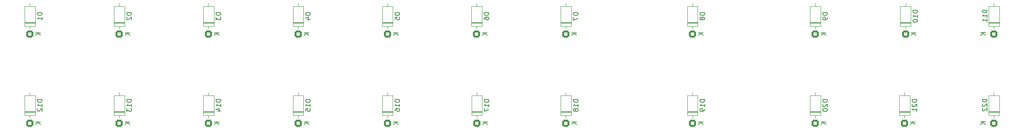
<source format=gbr>
%TF.GenerationSoftware,KiCad,Pcbnew,9.0.4-1.fc42*%
%TF.CreationDate,2025-11-01T05:47:49+00:00*%
%TF.ProjectId,dna,646e612e-6b69-4636-9164-5f7063625858,rev?*%
%TF.SameCoordinates,Original*%
%TF.FileFunction,Legend,Bot*%
%TF.FilePolarity,Positive*%
%FSLAX46Y46*%
G04 Gerber Fmt 4.6, Leading zero omitted, Abs format (unit mm)*
G04 Created by KiCad (PCBNEW 9.0.4-1.fc42) date 2025-11-01 05:47:49*
%MOMM*%
%LPD*%
G01*
G04 APERTURE LIST*
G04 Aperture macros list*
%AMRoundRect*
0 Rectangle with rounded corners*
0 $1 Rounding radius*
0 $2 $3 $4 $5 $6 $7 $8 $9 X,Y pos of 4 corners*
0 Add a 4 corners polygon primitive as box body*
4,1,4,$2,$3,$4,$5,$6,$7,$8,$9,$2,$3,0*
0 Add four circle primitives for the rounded corners*
1,1,$1+$1,$2,$3*
1,1,$1+$1,$4,$5*
1,1,$1+$1,$6,$7*
1,1,$1+$1,$8,$9*
0 Add four rect primitives between the rounded corners*
20,1,$1+$1,$2,$3,$4,$5,0*
20,1,$1+$1,$4,$5,$6,$7,0*
20,1,$1+$1,$6,$7,$8,$9,0*
20,1,$1+$1,$8,$9,$2,$3,0*%
%AMFreePoly0*
4,1,37,0.603843,0.796157,0.639018,0.796157,0.711114,0.766294,0.766294,0.711114,0.796157,0.639018,0.796157,0.603843,0.800000,0.600000,0.800000,-0.600000,0.796157,-0.603843,0.796157,-0.639018,0.766294,-0.711114,0.711114,-0.766294,0.639018,-0.796157,0.603843,-0.796157,0.600000,-0.800000,0.000000,-0.800000,0.000000,-0.796148,-0.078414,-0.796148,-0.232228,-0.765552,-0.377117,-0.705537,
-0.507515,-0.618408,-0.618408,-0.507515,-0.705537,-0.377117,-0.765552,-0.232228,-0.796148,-0.078414,-0.796148,0.078414,-0.765552,0.232228,-0.705537,0.377117,-0.618408,0.507515,-0.507515,0.618408,-0.377117,0.705537,-0.232228,0.765552,-0.078414,0.796148,0.000000,0.796148,0.000000,0.800000,0.600000,0.800000,0.603843,0.796157,0.603843,0.796157,$1*%
%AMFreePoly1*
4,1,37,0.000000,0.796148,0.078414,0.796148,0.232228,0.765552,0.377117,0.705537,0.507515,0.618408,0.618408,0.507515,0.705537,0.377117,0.765552,0.232228,0.796148,0.078414,0.796148,-0.078414,0.765552,-0.232228,0.705537,-0.377117,0.618408,-0.507515,0.507515,-0.618408,0.377117,-0.705537,0.232228,-0.765552,0.078414,-0.796148,0.000000,-0.796148,0.000000,-0.800000,-0.600000,-0.800000,
-0.603843,-0.796157,-0.639018,-0.796157,-0.711114,-0.766294,-0.766294,-0.711114,-0.796157,-0.639018,-0.796157,-0.603843,-0.800000,-0.600000,-0.800000,0.600000,-0.796157,0.603843,-0.796157,0.639018,-0.766294,0.711114,-0.711114,0.766294,-0.639018,0.796157,-0.603843,0.796157,-0.600000,0.800000,0.000000,0.800000,0.000000,0.796148,0.000000,0.796148,$1*%
G04 Aperture macros list end*
%ADD10C,0.150000*%
%ADD11C,0.120000*%
%ADD12C,3.000000*%
%ADD13RoundRect,0.102000X-0.754000X-0.754000X0.754000X-0.754000X0.754000X0.754000X-0.754000X0.754000X0*%
%ADD14C,1.712000*%
%ADD15RoundRect,0.200000X0.600000X-0.600000X0.600000X0.600000X-0.600000X0.600000X-0.600000X-0.600000X0*%
%ADD16C,1.600000*%
%ADD17FreePoly0,90.000000*%
%ADD18FreePoly1,90.000000*%
%ADD19C,1.750000*%
%ADD20C,4.000000*%
%ADD21C,2.500000*%
%ADD22RoundRect,0.250000X-0.550000X-0.550000X0.550000X-0.550000X0.550000X0.550000X-0.550000X0.550000X0*%
%ADD23O,4.100000X3.000000*%
%ADD24O,3.000000X1.500000*%
%ADD25O,2.500000X3.500000*%
%ADD26O,3.500000X2.500000*%
%ADD27C,5.000000*%
%ADD28RoundRect,0.250000X-0.550000X0.550000X-0.550000X-0.550000X0.550000X-0.550000X0.550000X0.550000X0*%
%ADD29RoundRect,0.250000X0.550000X-0.550000X0.550000X0.550000X-0.550000X0.550000X-0.550000X-0.550000X0*%
G04 APERTURE END LIST*
D10*
X153387319Y-80383155D02*
X152387319Y-80383155D01*
X152387319Y-80383155D02*
X152387319Y-80621250D01*
X152387319Y-80621250D02*
X152434938Y-80764107D01*
X152434938Y-80764107D02*
X152530176Y-80859345D01*
X152530176Y-80859345D02*
X152625414Y-80906964D01*
X152625414Y-80906964D02*
X152815890Y-80954583D01*
X152815890Y-80954583D02*
X152958747Y-80954583D01*
X152958747Y-80954583D02*
X153149223Y-80906964D01*
X153149223Y-80906964D02*
X153244461Y-80859345D01*
X153244461Y-80859345D02*
X153339700Y-80764107D01*
X153339700Y-80764107D02*
X153387319Y-80621250D01*
X153387319Y-80621250D02*
X153387319Y-80383155D01*
X152387319Y-81811726D02*
X152387319Y-81621250D01*
X152387319Y-81621250D02*
X152434938Y-81526012D01*
X152434938Y-81526012D02*
X152482557Y-81478393D01*
X152482557Y-81478393D02*
X152625414Y-81383155D01*
X152625414Y-81383155D02*
X152815890Y-81335536D01*
X152815890Y-81335536D02*
X153196842Y-81335536D01*
X153196842Y-81335536D02*
X153292080Y-81383155D01*
X153292080Y-81383155D02*
X153339700Y-81430774D01*
X153339700Y-81430774D02*
X153387319Y-81526012D01*
X153387319Y-81526012D02*
X153387319Y-81716488D01*
X153387319Y-81716488D02*
X153339700Y-81811726D01*
X153339700Y-81811726D02*
X153292080Y-81859345D01*
X153292080Y-81859345D02*
X153196842Y-81906964D01*
X153196842Y-81906964D02*
X152958747Y-81906964D01*
X152958747Y-81906964D02*
X152863509Y-81859345D01*
X152863509Y-81859345D02*
X152815890Y-81811726D01*
X152815890Y-81811726D02*
X152768271Y-81716488D01*
X152768271Y-81716488D02*
X152768271Y-81526012D01*
X152768271Y-81526012D02*
X152815890Y-81430774D01*
X152815890Y-81430774D02*
X152863509Y-81383155D01*
X152863509Y-81383155D02*
X152958747Y-81335536D01*
X153067319Y-84669345D02*
X152067319Y-84669345D01*
X153067319Y-85240773D02*
X152495890Y-84812202D01*
X152067319Y-85240773D02*
X152638747Y-84669345D01*
X172437319Y-98956964D02*
X171437319Y-98956964D01*
X171437319Y-98956964D02*
X171437319Y-99195059D01*
X171437319Y-99195059D02*
X171484938Y-99337916D01*
X171484938Y-99337916D02*
X171580176Y-99433154D01*
X171580176Y-99433154D02*
X171675414Y-99480773D01*
X171675414Y-99480773D02*
X171865890Y-99528392D01*
X171865890Y-99528392D02*
X172008747Y-99528392D01*
X172008747Y-99528392D02*
X172199223Y-99480773D01*
X172199223Y-99480773D02*
X172294461Y-99433154D01*
X172294461Y-99433154D02*
X172389700Y-99337916D01*
X172389700Y-99337916D02*
X172437319Y-99195059D01*
X172437319Y-99195059D02*
X172437319Y-98956964D01*
X172437319Y-100480773D02*
X172437319Y-99909345D01*
X172437319Y-100195059D02*
X171437319Y-100195059D01*
X171437319Y-100195059D02*
X171580176Y-100099821D01*
X171580176Y-100099821D02*
X171675414Y-100004583D01*
X171675414Y-100004583D02*
X171723033Y-99909345D01*
X171865890Y-101052202D02*
X171818271Y-100956964D01*
X171818271Y-100956964D02*
X171770652Y-100909345D01*
X171770652Y-100909345D02*
X171675414Y-100861726D01*
X171675414Y-100861726D02*
X171627795Y-100861726D01*
X171627795Y-100861726D02*
X171532557Y-100909345D01*
X171532557Y-100909345D02*
X171484938Y-100956964D01*
X171484938Y-100956964D02*
X171437319Y-101052202D01*
X171437319Y-101052202D02*
X171437319Y-101242678D01*
X171437319Y-101242678D02*
X171484938Y-101337916D01*
X171484938Y-101337916D02*
X171532557Y-101385535D01*
X171532557Y-101385535D02*
X171627795Y-101433154D01*
X171627795Y-101433154D02*
X171675414Y-101433154D01*
X171675414Y-101433154D02*
X171770652Y-101385535D01*
X171770652Y-101385535D02*
X171818271Y-101337916D01*
X171818271Y-101337916D02*
X171865890Y-101242678D01*
X171865890Y-101242678D02*
X171865890Y-101052202D01*
X171865890Y-101052202D02*
X171913509Y-100956964D01*
X171913509Y-100956964D02*
X171961128Y-100909345D01*
X171961128Y-100909345D02*
X172056366Y-100861726D01*
X172056366Y-100861726D02*
X172246842Y-100861726D01*
X172246842Y-100861726D02*
X172342080Y-100909345D01*
X172342080Y-100909345D02*
X172389700Y-100956964D01*
X172389700Y-100956964D02*
X172437319Y-101052202D01*
X172437319Y-101052202D02*
X172437319Y-101242678D01*
X172437319Y-101242678D02*
X172389700Y-101337916D01*
X172389700Y-101337916D02*
X172342080Y-101385535D01*
X172342080Y-101385535D02*
X172246842Y-101433154D01*
X172246842Y-101433154D02*
X172056366Y-101433154D01*
X172056366Y-101433154D02*
X171961128Y-101385535D01*
X171961128Y-101385535D02*
X171913509Y-101337916D01*
X171913509Y-101337916D02*
X171865890Y-101242678D01*
X172117319Y-103719345D02*
X171117319Y-103719345D01*
X172117319Y-104290773D02*
X171545890Y-103862202D01*
X171117319Y-104290773D02*
X171688747Y-103719345D01*
X244842319Y-79906964D02*
X243842319Y-79906964D01*
X243842319Y-79906964D02*
X243842319Y-80145059D01*
X243842319Y-80145059D02*
X243889938Y-80287916D01*
X243889938Y-80287916D02*
X243985176Y-80383154D01*
X243985176Y-80383154D02*
X244080414Y-80430773D01*
X244080414Y-80430773D02*
X244270890Y-80478392D01*
X244270890Y-80478392D02*
X244413747Y-80478392D01*
X244413747Y-80478392D02*
X244604223Y-80430773D01*
X244604223Y-80430773D02*
X244699461Y-80383154D01*
X244699461Y-80383154D02*
X244794700Y-80287916D01*
X244794700Y-80287916D02*
X244842319Y-80145059D01*
X244842319Y-80145059D02*
X244842319Y-79906964D01*
X244842319Y-81430773D02*
X244842319Y-80859345D01*
X244842319Y-81145059D02*
X243842319Y-81145059D01*
X243842319Y-81145059D02*
X243985176Y-81049821D01*
X243985176Y-81049821D02*
X244080414Y-80954583D01*
X244080414Y-80954583D02*
X244128033Y-80859345D01*
X243842319Y-82049821D02*
X243842319Y-82145059D01*
X243842319Y-82145059D02*
X243889938Y-82240297D01*
X243889938Y-82240297D02*
X243937557Y-82287916D01*
X243937557Y-82287916D02*
X244032795Y-82335535D01*
X244032795Y-82335535D02*
X244223271Y-82383154D01*
X244223271Y-82383154D02*
X244461366Y-82383154D01*
X244461366Y-82383154D02*
X244651842Y-82335535D01*
X244651842Y-82335535D02*
X244747080Y-82287916D01*
X244747080Y-82287916D02*
X244794700Y-82240297D01*
X244794700Y-82240297D02*
X244842319Y-82145059D01*
X244842319Y-82145059D02*
X244842319Y-82049821D01*
X244842319Y-82049821D02*
X244794700Y-81954583D01*
X244794700Y-81954583D02*
X244747080Y-81906964D01*
X244747080Y-81906964D02*
X244651842Y-81859345D01*
X244651842Y-81859345D02*
X244461366Y-81811726D01*
X244461366Y-81811726D02*
X244223271Y-81811726D01*
X244223271Y-81811726D02*
X244032795Y-81859345D01*
X244032795Y-81859345D02*
X243937557Y-81906964D01*
X243937557Y-81906964D02*
X243889938Y-81954583D01*
X243889938Y-81954583D02*
X243842319Y-82049821D01*
X244522319Y-84669345D02*
X243522319Y-84669345D01*
X244522319Y-85240773D02*
X243950890Y-84812202D01*
X243522319Y-85240773D02*
X244093747Y-84669345D01*
X96237319Y-80383155D02*
X95237319Y-80383155D01*
X95237319Y-80383155D02*
X95237319Y-80621250D01*
X95237319Y-80621250D02*
X95284938Y-80764107D01*
X95284938Y-80764107D02*
X95380176Y-80859345D01*
X95380176Y-80859345D02*
X95475414Y-80906964D01*
X95475414Y-80906964D02*
X95665890Y-80954583D01*
X95665890Y-80954583D02*
X95808747Y-80954583D01*
X95808747Y-80954583D02*
X95999223Y-80906964D01*
X95999223Y-80906964D02*
X96094461Y-80859345D01*
X96094461Y-80859345D02*
X96189700Y-80764107D01*
X96189700Y-80764107D02*
X96237319Y-80621250D01*
X96237319Y-80621250D02*
X96237319Y-80383155D01*
X95237319Y-81287917D02*
X95237319Y-81906964D01*
X95237319Y-81906964D02*
X95618271Y-81573631D01*
X95618271Y-81573631D02*
X95618271Y-81716488D01*
X95618271Y-81716488D02*
X95665890Y-81811726D01*
X95665890Y-81811726D02*
X95713509Y-81859345D01*
X95713509Y-81859345D02*
X95808747Y-81906964D01*
X95808747Y-81906964D02*
X96046842Y-81906964D01*
X96046842Y-81906964D02*
X96142080Y-81859345D01*
X96142080Y-81859345D02*
X96189700Y-81811726D01*
X96189700Y-81811726D02*
X96237319Y-81716488D01*
X96237319Y-81716488D02*
X96237319Y-81430774D01*
X96237319Y-81430774D02*
X96189700Y-81335536D01*
X96189700Y-81335536D02*
X96142080Y-81287917D01*
X95917319Y-84669345D02*
X94917319Y-84669345D01*
X95917319Y-85240773D02*
X95345890Y-84812202D01*
X94917319Y-85240773D02*
X95488747Y-84669345D01*
X134387319Y-98956964D02*
X133387319Y-98956964D01*
X133387319Y-98956964D02*
X133387319Y-99195059D01*
X133387319Y-99195059D02*
X133434938Y-99337916D01*
X133434938Y-99337916D02*
X133530176Y-99433154D01*
X133530176Y-99433154D02*
X133625414Y-99480773D01*
X133625414Y-99480773D02*
X133815890Y-99528392D01*
X133815890Y-99528392D02*
X133958747Y-99528392D01*
X133958747Y-99528392D02*
X134149223Y-99480773D01*
X134149223Y-99480773D02*
X134244461Y-99433154D01*
X134244461Y-99433154D02*
X134339700Y-99337916D01*
X134339700Y-99337916D02*
X134387319Y-99195059D01*
X134387319Y-99195059D02*
X134387319Y-98956964D01*
X134387319Y-100480773D02*
X134387319Y-99909345D01*
X134387319Y-100195059D02*
X133387319Y-100195059D01*
X133387319Y-100195059D02*
X133530176Y-100099821D01*
X133530176Y-100099821D02*
X133625414Y-100004583D01*
X133625414Y-100004583D02*
X133673033Y-99909345D01*
X133387319Y-101337916D02*
X133387319Y-101147440D01*
X133387319Y-101147440D02*
X133434938Y-101052202D01*
X133434938Y-101052202D02*
X133482557Y-101004583D01*
X133482557Y-101004583D02*
X133625414Y-100909345D01*
X133625414Y-100909345D02*
X133815890Y-100861726D01*
X133815890Y-100861726D02*
X134196842Y-100861726D01*
X134196842Y-100861726D02*
X134292080Y-100909345D01*
X134292080Y-100909345D02*
X134339700Y-100956964D01*
X134339700Y-100956964D02*
X134387319Y-101052202D01*
X134387319Y-101052202D02*
X134387319Y-101242678D01*
X134387319Y-101242678D02*
X134339700Y-101337916D01*
X134339700Y-101337916D02*
X134292080Y-101385535D01*
X134292080Y-101385535D02*
X134196842Y-101433154D01*
X134196842Y-101433154D02*
X133958747Y-101433154D01*
X133958747Y-101433154D02*
X133863509Y-101385535D01*
X133863509Y-101385535D02*
X133815890Y-101337916D01*
X133815890Y-101337916D02*
X133768271Y-101242678D01*
X133768271Y-101242678D02*
X133768271Y-101052202D01*
X133768271Y-101052202D02*
X133815890Y-100956964D01*
X133815890Y-100956964D02*
X133863509Y-100909345D01*
X133863509Y-100909345D02*
X133958747Y-100861726D01*
X134067319Y-103719345D02*
X133067319Y-103719345D01*
X134067319Y-104290773D02*
X133495890Y-103862202D01*
X133067319Y-104290773D02*
X133638747Y-103719345D01*
X115337319Y-98956964D02*
X114337319Y-98956964D01*
X114337319Y-98956964D02*
X114337319Y-99195059D01*
X114337319Y-99195059D02*
X114384938Y-99337916D01*
X114384938Y-99337916D02*
X114480176Y-99433154D01*
X114480176Y-99433154D02*
X114575414Y-99480773D01*
X114575414Y-99480773D02*
X114765890Y-99528392D01*
X114765890Y-99528392D02*
X114908747Y-99528392D01*
X114908747Y-99528392D02*
X115099223Y-99480773D01*
X115099223Y-99480773D02*
X115194461Y-99433154D01*
X115194461Y-99433154D02*
X115289700Y-99337916D01*
X115289700Y-99337916D02*
X115337319Y-99195059D01*
X115337319Y-99195059D02*
X115337319Y-98956964D01*
X115337319Y-100480773D02*
X115337319Y-99909345D01*
X115337319Y-100195059D02*
X114337319Y-100195059D01*
X114337319Y-100195059D02*
X114480176Y-100099821D01*
X114480176Y-100099821D02*
X114575414Y-100004583D01*
X114575414Y-100004583D02*
X114623033Y-99909345D01*
X114337319Y-101385535D02*
X114337319Y-100909345D01*
X114337319Y-100909345D02*
X114813509Y-100861726D01*
X114813509Y-100861726D02*
X114765890Y-100909345D01*
X114765890Y-100909345D02*
X114718271Y-101004583D01*
X114718271Y-101004583D02*
X114718271Y-101242678D01*
X114718271Y-101242678D02*
X114765890Y-101337916D01*
X114765890Y-101337916D02*
X114813509Y-101385535D01*
X114813509Y-101385535D02*
X114908747Y-101433154D01*
X114908747Y-101433154D02*
X115146842Y-101433154D01*
X115146842Y-101433154D02*
X115242080Y-101385535D01*
X115242080Y-101385535D02*
X115289700Y-101337916D01*
X115289700Y-101337916D02*
X115337319Y-101242678D01*
X115337319Y-101242678D02*
X115337319Y-101004583D01*
X115337319Y-101004583D02*
X115289700Y-100909345D01*
X115289700Y-100909345D02*
X115242080Y-100861726D01*
X115017319Y-103719345D02*
X114017319Y-103719345D01*
X115017319Y-104290773D02*
X114445890Y-103862202D01*
X114017319Y-104290773D02*
X114588747Y-103719345D01*
X58137319Y-80383155D02*
X57137319Y-80383155D01*
X57137319Y-80383155D02*
X57137319Y-80621250D01*
X57137319Y-80621250D02*
X57184938Y-80764107D01*
X57184938Y-80764107D02*
X57280176Y-80859345D01*
X57280176Y-80859345D02*
X57375414Y-80906964D01*
X57375414Y-80906964D02*
X57565890Y-80954583D01*
X57565890Y-80954583D02*
X57708747Y-80954583D01*
X57708747Y-80954583D02*
X57899223Y-80906964D01*
X57899223Y-80906964D02*
X57994461Y-80859345D01*
X57994461Y-80859345D02*
X58089700Y-80764107D01*
X58089700Y-80764107D02*
X58137319Y-80621250D01*
X58137319Y-80621250D02*
X58137319Y-80383155D01*
X58137319Y-81906964D02*
X58137319Y-81335536D01*
X58137319Y-81621250D02*
X57137319Y-81621250D01*
X57137319Y-81621250D02*
X57280176Y-81526012D01*
X57280176Y-81526012D02*
X57375414Y-81430774D01*
X57375414Y-81430774D02*
X57423033Y-81335536D01*
X57817319Y-84669345D02*
X56817319Y-84669345D01*
X57817319Y-85240773D02*
X57245890Y-84812202D01*
X56817319Y-85240773D02*
X57388747Y-84669345D01*
X134387319Y-80383155D02*
X133387319Y-80383155D01*
X133387319Y-80383155D02*
X133387319Y-80621250D01*
X133387319Y-80621250D02*
X133434938Y-80764107D01*
X133434938Y-80764107D02*
X133530176Y-80859345D01*
X133530176Y-80859345D02*
X133625414Y-80906964D01*
X133625414Y-80906964D02*
X133815890Y-80954583D01*
X133815890Y-80954583D02*
X133958747Y-80954583D01*
X133958747Y-80954583D02*
X134149223Y-80906964D01*
X134149223Y-80906964D02*
X134244461Y-80859345D01*
X134244461Y-80859345D02*
X134339700Y-80764107D01*
X134339700Y-80764107D02*
X134387319Y-80621250D01*
X134387319Y-80621250D02*
X134387319Y-80383155D01*
X133387319Y-81859345D02*
X133387319Y-81383155D01*
X133387319Y-81383155D02*
X133863509Y-81335536D01*
X133863509Y-81335536D02*
X133815890Y-81383155D01*
X133815890Y-81383155D02*
X133768271Y-81478393D01*
X133768271Y-81478393D02*
X133768271Y-81716488D01*
X133768271Y-81716488D02*
X133815890Y-81811726D01*
X133815890Y-81811726D02*
X133863509Y-81859345D01*
X133863509Y-81859345D02*
X133958747Y-81906964D01*
X133958747Y-81906964D02*
X134196842Y-81906964D01*
X134196842Y-81906964D02*
X134292080Y-81859345D01*
X134292080Y-81859345D02*
X134339700Y-81811726D01*
X134339700Y-81811726D02*
X134387319Y-81716488D01*
X134387319Y-81716488D02*
X134387319Y-81478393D01*
X134387319Y-81478393D02*
X134339700Y-81383155D01*
X134339700Y-81383155D02*
X134292080Y-81335536D01*
X134067319Y-84669345D02*
X133067319Y-84669345D01*
X134067319Y-85240773D02*
X133495890Y-84812202D01*
X133067319Y-85240773D02*
X133638747Y-84669345D01*
X199424819Y-80383155D02*
X198424819Y-80383155D01*
X198424819Y-80383155D02*
X198424819Y-80621250D01*
X198424819Y-80621250D02*
X198472438Y-80764107D01*
X198472438Y-80764107D02*
X198567676Y-80859345D01*
X198567676Y-80859345D02*
X198662914Y-80906964D01*
X198662914Y-80906964D02*
X198853390Y-80954583D01*
X198853390Y-80954583D02*
X198996247Y-80954583D01*
X198996247Y-80954583D02*
X199186723Y-80906964D01*
X199186723Y-80906964D02*
X199281961Y-80859345D01*
X199281961Y-80859345D02*
X199377200Y-80764107D01*
X199377200Y-80764107D02*
X199424819Y-80621250D01*
X199424819Y-80621250D02*
X199424819Y-80383155D01*
X198853390Y-81526012D02*
X198805771Y-81430774D01*
X198805771Y-81430774D02*
X198758152Y-81383155D01*
X198758152Y-81383155D02*
X198662914Y-81335536D01*
X198662914Y-81335536D02*
X198615295Y-81335536D01*
X198615295Y-81335536D02*
X198520057Y-81383155D01*
X198520057Y-81383155D02*
X198472438Y-81430774D01*
X198472438Y-81430774D02*
X198424819Y-81526012D01*
X198424819Y-81526012D02*
X198424819Y-81716488D01*
X198424819Y-81716488D02*
X198472438Y-81811726D01*
X198472438Y-81811726D02*
X198520057Y-81859345D01*
X198520057Y-81859345D02*
X198615295Y-81906964D01*
X198615295Y-81906964D02*
X198662914Y-81906964D01*
X198662914Y-81906964D02*
X198758152Y-81859345D01*
X198758152Y-81859345D02*
X198805771Y-81811726D01*
X198805771Y-81811726D02*
X198853390Y-81716488D01*
X198853390Y-81716488D02*
X198853390Y-81526012D01*
X198853390Y-81526012D02*
X198901009Y-81430774D01*
X198901009Y-81430774D02*
X198948628Y-81383155D01*
X198948628Y-81383155D02*
X199043866Y-81335536D01*
X199043866Y-81335536D02*
X199234342Y-81335536D01*
X199234342Y-81335536D02*
X199329580Y-81383155D01*
X199329580Y-81383155D02*
X199377200Y-81430774D01*
X199377200Y-81430774D02*
X199424819Y-81526012D01*
X199424819Y-81526012D02*
X199424819Y-81716488D01*
X199424819Y-81716488D02*
X199377200Y-81811726D01*
X199377200Y-81811726D02*
X199329580Y-81859345D01*
X199329580Y-81859345D02*
X199234342Y-81906964D01*
X199234342Y-81906964D02*
X199043866Y-81906964D01*
X199043866Y-81906964D02*
X198948628Y-81859345D01*
X198948628Y-81859345D02*
X198901009Y-81811726D01*
X198901009Y-81811726D02*
X198853390Y-81716488D01*
X199104819Y-84669345D02*
X198104819Y-84669345D01*
X199104819Y-85240773D02*
X198533390Y-84812202D01*
X198104819Y-85240773D02*
X198676247Y-84669345D01*
X153437319Y-98956964D02*
X152437319Y-98956964D01*
X152437319Y-98956964D02*
X152437319Y-99195059D01*
X152437319Y-99195059D02*
X152484938Y-99337916D01*
X152484938Y-99337916D02*
X152580176Y-99433154D01*
X152580176Y-99433154D02*
X152675414Y-99480773D01*
X152675414Y-99480773D02*
X152865890Y-99528392D01*
X152865890Y-99528392D02*
X153008747Y-99528392D01*
X153008747Y-99528392D02*
X153199223Y-99480773D01*
X153199223Y-99480773D02*
X153294461Y-99433154D01*
X153294461Y-99433154D02*
X153389700Y-99337916D01*
X153389700Y-99337916D02*
X153437319Y-99195059D01*
X153437319Y-99195059D02*
X153437319Y-98956964D01*
X153437319Y-100480773D02*
X153437319Y-99909345D01*
X153437319Y-100195059D02*
X152437319Y-100195059D01*
X152437319Y-100195059D02*
X152580176Y-100099821D01*
X152580176Y-100099821D02*
X152675414Y-100004583D01*
X152675414Y-100004583D02*
X152723033Y-99909345D01*
X152437319Y-100814107D02*
X152437319Y-101480773D01*
X152437319Y-101480773D02*
X153437319Y-101052202D01*
X153117319Y-103719345D02*
X152117319Y-103719345D01*
X153117319Y-104290773D02*
X152545890Y-103862202D01*
X152117319Y-104290773D02*
X152688747Y-103719345D01*
X199424819Y-98956964D02*
X198424819Y-98956964D01*
X198424819Y-98956964D02*
X198424819Y-99195059D01*
X198424819Y-99195059D02*
X198472438Y-99337916D01*
X198472438Y-99337916D02*
X198567676Y-99433154D01*
X198567676Y-99433154D02*
X198662914Y-99480773D01*
X198662914Y-99480773D02*
X198853390Y-99528392D01*
X198853390Y-99528392D02*
X198996247Y-99528392D01*
X198996247Y-99528392D02*
X199186723Y-99480773D01*
X199186723Y-99480773D02*
X199281961Y-99433154D01*
X199281961Y-99433154D02*
X199377200Y-99337916D01*
X199377200Y-99337916D02*
X199424819Y-99195059D01*
X199424819Y-99195059D02*
X199424819Y-98956964D01*
X199424819Y-100480773D02*
X199424819Y-99909345D01*
X199424819Y-100195059D02*
X198424819Y-100195059D01*
X198424819Y-100195059D02*
X198567676Y-100099821D01*
X198567676Y-100099821D02*
X198662914Y-100004583D01*
X198662914Y-100004583D02*
X198710533Y-99909345D01*
X199424819Y-100956964D02*
X199424819Y-101147440D01*
X199424819Y-101147440D02*
X199377200Y-101242678D01*
X199377200Y-101242678D02*
X199329580Y-101290297D01*
X199329580Y-101290297D02*
X199186723Y-101385535D01*
X199186723Y-101385535D02*
X198996247Y-101433154D01*
X198996247Y-101433154D02*
X198615295Y-101433154D01*
X198615295Y-101433154D02*
X198520057Y-101385535D01*
X198520057Y-101385535D02*
X198472438Y-101337916D01*
X198472438Y-101337916D02*
X198424819Y-101242678D01*
X198424819Y-101242678D02*
X198424819Y-101052202D01*
X198424819Y-101052202D02*
X198472438Y-100956964D01*
X198472438Y-100956964D02*
X198520057Y-100909345D01*
X198520057Y-100909345D02*
X198615295Y-100861726D01*
X198615295Y-100861726D02*
X198853390Y-100861726D01*
X198853390Y-100861726D02*
X198948628Y-100909345D01*
X198948628Y-100909345D02*
X198996247Y-100956964D01*
X198996247Y-100956964D02*
X199043866Y-101052202D01*
X199043866Y-101052202D02*
X199043866Y-101242678D01*
X199043866Y-101242678D02*
X198996247Y-101337916D01*
X198996247Y-101337916D02*
X198948628Y-101385535D01*
X198948628Y-101385535D02*
X198853390Y-101433154D01*
X199104819Y-103719345D02*
X198104819Y-103719345D01*
X199104819Y-104290773D02*
X198533390Y-103862202D01*
X198104819Y-104290773D02*
X198676247Y-103719345D01*
X77187319Y-98956964D02*
X76187319Y-98956964D01*
X76187319Y-98956964D02*
X76187319Y-99195059D01*
X76187319Y-99195059D02*
X76234938Y-99337916D01*
X76234938Y-99337916D02*
X76330176Y-99433154D01*
X76330176Y-99433154D02*
X76425414Y-99480773D01*
X76425414Y-99480773D02*
X76615890Y-99528392D01*
X76615890Y-99528392D02*
X76758747Y-99528392D01*
X76758747Y-99528392D02*
X76949223Y-99480773D01*
X76949223Y-99480773D02*
X77044461Y-99433154D01*
X77044461Y-99433154D02*
X77139700Y-99337916D01*
X77139700Y-99337916D02*
X77187319Y-99195059D01*
X77187319Y-99195059D02*
X77187319Y-98956964D01*
X77187319Y-100480773D02*
X77187319Y-99909345D01*
X77187319Y-100195059D02*
X76187319Y-100195059D01*
X76187319Y-100195059D02*
X76330176Y-100099821D01*
X76330176Y-100099821D02*
X76425414Y-100004583D01*
X76425414Y-100004583D02*
X76473033Y-99909345D01*
X76187319Y-100814107D02*
X76187319Y-101433154D01*
X76187319Y-101433154D02*
X76568271Y-101099821D01*
X76568271Y-101099821D02*
X76568271Y-101242678D01*
X76568271Y-101242678D02*
X76615890Y-101337916D01*
X76615890Y-101337916D02*
X76663509Y-101385535D01*
X76663509Y-101385535D02*
X76758747Y-101433154D01*
X76758747Y-101433154D02*
X76996842Y-101433154D01*
X76996842Y-101433154D02*
X77092080Y-101385535D01*
X77092080Y-101385535D02*
X77139700Y-101337916D01*
X77139700Y-101337916D02*
X77187319Y-101242678D01*
X77187319Y-101242678D02*
X77187319Y-100956964D01*
X77187319Y-100956964D02*
X77139700Y-100861726D01*
X77139700Y-100861726D02*
X77092080Y-100814107D01*
X76867319Y-103719345D02*
X75867319Y-103719345D01*
X76867319Y-104290773D02*
X76295890Y-103862202D01*
X75867319Y-104290773D02*
X76438747Y-103719345D01*
X96237319Y-98956964D02*
X95237319Y-98956964D01*
X95237319Y-98956964D02*
X95237319Y-99195059D01*
X95237319Y-99195059D02*
X95284938Y-99337916D01*
X95284938Y-99337916D02*
X95380176Y-99433154D01*
X95380176Y-99433154D02*
X95475414Y-99480773D01*
X95475414Y-99480773D02*
X95665890Y-99528392D01*
X95665890Y-99528392D02*
X95808747Y-99528392D01*
X95808747Y-99528392D02*
X95999223Y-99480773D01*
X95999223Y-99480773D02*
X96094461Y-99433154D01*
X96094461Y-99433154D02*
X96189700Y-99337916D01*
X96189700Y-99337916D02*
X96237319Y-99195059D01*
X96237319Y-99195059D02*
X96237319Y-98956964D01*
X96237319Y-100480773D02*
X96237319Y-99909345D01*
X96237319Y-100195059D02*
X95237319Y-100195059D01*
X95237319Y-100195059D02*
X95380176Y-100099821D01*
X95380176Y-100099821D02*
X95475414Y-100004583D01*
X95475414Y-100004583D02*
X95523033Y-99909345D01*
X95570652Y-101337916D02*
X96237319Y-101337916D01*
X95189700Y-101099821D02*
X95903985Y-100861726D01*
X95903985Y-100861726D02*
X95903985Y-101480773D01*
X95917319Y-103719345D02*
X94917319Y-103719345D01*
X95917319Y-104290773D02*
X95345890Y-103862202D01*
X94917319Y-104290773D02*
X95488747Y-103719345D01*
X172437319Y-80383155D02*
X171437319Y-80383155D01*
X171437319Y-80383155D02*
X171437319Y-80621250D01*
X171437319Y-80621250D02*
X171484938Y-80764107D01*
X171484938Y-80764107D02*
X171580176Y-80859345D01*
X171580176Y-80859345D02*
X171675414Y-80906964D01*
X171675414Y-80906964D02*
X171865890Y-80954583D01*
X171865890Y-80954583D02*
X172008747Y-80954583D01*
X172008747Y-80954583D02*
X172199223Y-80906964D01*
X172199223Y-80906964D02*
X172294461Y-80859345D01*
X172294461Y-80859345D02*
X172389700Y-80764107D01*
X172389700Y-80764107D02*
X172437319Y-80621250D01*
X172437319Y-80621250D02*
X172437319Y-80383155D01*
X171437319Y-81287917D02*
X171437319Y-81954583D01*
X171437319Y-81954583D02*
X172437319Y-81526012D01*
X172117319Y-84669345D02*
X171117319Y-84669345D01*
X172117319Y-85240773D02*
X171545890Y-84812202D01*
X171117319Y-85240773D02*
X171688747Y-84669345D01*
X259654819Y-79835714D02*
X258654819Y-79835714D01*
X258654819Y-79835714D02*
X258654819Y-80073809D01*
X258654819Y-80073809D02*
X258702438Y-80216666D01*
X258702438Y-80216666D02*
X258797676Y-80311904D01*
X258797676Y-80311904D02*
X258892914Y-80359523D01*
X258892914Y-80359523D02*
X259083390Y-80407142D01*
X259083390Y-80407142D02*
X259226247Y-80407142D01*
X259226247Y-80407142D02*
X259416723Y-80359523D01*
X259416723Y-80359523D02*
X259511961Y-80311904D01*
X259511961Y-80311904D02*
X259607200Y-80216666D01*
X259607200Y-80216666D02*
X259654819Y-80073809D01*
X259654819Y-80073809D02*
X259654819Y-79835714D01*
X259654819Y-81359523D02*
X259654819Y-80788095D01*
X259654819Y-81073809D02*
X258654819Y-81073809D01*
X258654819Y-81073809D02*
X258797676Y-80978571D01*
X258797676Y-80978571D02*
X258892914Y-80883333D01*
X258892914Y-80883333D02*
X258940533Y-80788095D01*
X259654819Y-82311904D02*
X259654819Y-81740476D01*
X259654819Y-82026190D02*
X258654819Y-82026190D01*
X258654819Y-82026190D02*
X258797676Y-81930952D01*
X258797676Y-81930952D02*
X258892914Y-81835714D01*
X258892914Y-81835714D02*
X258940533Y-81740476D01*
X259334819Y-84598095D02*
X258334819Y-84598095D01*
X259334819Y-85169523D02*
X258763390Y-84740952D01*
X258334819Y-85169523D02*
X258906247Y-84598095D01*
X77187319Y-80383155D02*
X76187319Y-80383155D01*
X76187319Y-80383155D02*
X76187319Y-80621250D01*
X76187319Y-80621250D02*
X76234938Y-80764107D01*
X76234938Y-80764107D02*
X76330176Y-80859345D01*
X76330176Y-80859345D02*
X76425414Y-80906964D01*
X76425414Y-80906964D02*
X76615890Y-80954583D01*
X76615890Y-80954583D02*
X76758747Y-80954583D01*
X76758747Y-80954583D02*
X76949223Y-80906964D01*
X76949223Y-80906964D02*
X77044461Y-80859345D01*
X77044461Y-80859345D02*
X77139700Y-80764107D01*
X77139700Y-80764107D02*
X77187319Y-80621250D01*
X77187319Y-80621250D02*
X77187319Y-80383155D01*
X76282557Y-81335536D02*
X76234938Y-81383155D01*
X76234938Y-81383155D02*
X76187319Y-81478393D01*
X76187319Y-81478393D02*
X76187319Y-81716488D01*
X76187319Y-81716488D02*
X76234938Y-81811726D01*
X76234938Y-81811726D02*
X76282557Y-81859345D01*
X76282557Y-81859345D02*
X76377795Y-81906964D01*
X76377795Y-81906964D02*
X76473033Y-81906964D01*
X76473033Y-81906964D02*
X76615890Y-81859345D01*
X76615890Y-81859345D02*
X77187319Y-81287917D01*
X77187319Y-81287917D02*
X77187319Y-81906964D01*
X76867319Y-84669345D02*
X75867319Y-84669345D01*
X76867319Y-85240773D02*
X76295890Y-84812202D01*
X75867319Y-85240773D02*
X76438747Y-84669345D01*
X244668569Y-98956964D02*
X243668569Y-98956964D01*
X243668569Y-98956964D02*
X243668569Y-99195059D01*
X243668569Y-99195059D02*
X243716188Y-99337916D01*
X243716188Y-99337916D02*
X243811426Y-99433154D01*
X243811426Y-99433154D02*
X243906664Y-99480773D01*
X243906664Y-99480773D02*
X244097140Y-99528392D01*
X244097140Y-99528392D02*
X244239997Y-99528392D01*
X244239997Y-99528392D02*
X244430473Y-99480773D01*
X244430473Y-99480773D02*
X244525711Y-99433154D01*
X244525711Y-99433154D02*
X244620950Y-99337916D01*
X244620950Y-99337916D02*
X244668569Y-99195059D01*
X244668569Y-99195059D02*
X244668569Y-98956964D01*
X243763807Y-99909345D02*
X243716188Y-99956964D01*
X243716188Y-99956964D02*
X243668569Y-100052202D01*
X243668569Y-100052202D02*
X243668569Y-100290297D01*
X243668569Y-100290297D02*
X243716188Y-100385535D01*
X243716188Y-100385535D02*
X243763807Y-100433154D01*
X243763807Y-100433154D02*
X243859045Y-100480773D01*
X243859045Y-100480773D02*
X243954283Y-100480773D01*
X243954283Y-100480773D02*
X244097140Y-100433154D01*
X244097140Y-100433154D02*
X244668569Y-99861726D01*
X244668569Y-99861726D02*
X244668569Y-100480773D01*
X244668569Y-101433154D02*
X244668569Y-100861726D01*
X244668569Y-101147440D02*
X243668569Y-101147440D01*
X243668569Y-101147440D02*
X243811426Y-101052202D01*
X243811426Y-101052202D02*
X243906664Y-100956964D01*
X243906664Y-100956964D02*
X243954283Y-100861726D01*
X244348569Y-103719345D02*
X243348569Y-103719345D01*
X244348569Y-104290773D02*
X243777140Y-103862202D01*
X243348569Y-104290773D02*
X243919997Y-103719345D01*
X259654819Y-98885714D02*
X258654819Y-98885714D01*
X258654819Y-98885714D02*
X258654819Y-99123809D01*
X258654819Y-99123809D02*
X258702438Y-99266666D01*
X258702438Y-99266666D02*
X258797676Y-99361904D01*
X258797676Y-99361904D02*
X258892914Y-99409523D01*
X258892914Y-99409523D02*
X259083390Y-99457142D01*
X259083390Y-99457142D02*
X259226247Y-99457142D01*
X259226247Y-99457142D02*
X259416723Y-99409523D01*
X259416723Y-99409523D02*
X259511961Y-99361904D01*
X259511961Y-99361904D02*
X259607200Y-99266666D01*
X259607200Y-99266666D02*
X259654819Y-99123809D01*
X259654819Y-99123809D02*
X259654819Y-98885714D01*
X258750057Y-99838095D02*
X258702438Y-99885714D01*
X258702438Y-99885714D02*
X258654819Y-99980952D01*
X258654819Y-99980952D02*
X258654819Y-100219047D01*
X258654819Y-100219047D02*
X258702438Y-100314285D01*
X258702438Y-100314285D02*
X258750057Y-100361904D01*
X258750057Y-100361904D02*
X258845295Y-100409523D01*
X258845295Y-100409523D02*
X258940533Y-100409523D01*
X258940533Y-100409523D02*
X259083390Y-100361904D01*
X259083390Y-100361904D02*
X259654819Y-99790476D01*
X259654819Y-99790476D02*
X259654819Y-100409523D01*
X258750057Y-100790476D02*
X258702438Y-100838095D01*
X258702438Y-100838095D02*
X258654819Y-100933333D01*
X258654819Y-100933333D02*
X258654819Y-101171428D01*
X258654819Y-101171428D02*
X258702438Y-101266666D01*
X258702438Y-101266666D02*
X258750057Y-101314285D01*
X258750057Y-101314285D02*
X258845295Y-101361904D01*
X258845295Y-101361904D02*
X258940533Y-101361904D01*
X258940533Y-101361904D02*
X259083390Y-101314285D01*
X259083390Y-101314285D02*
X259654819Y-100742857D01*
X259654819Y-100742857D02*
X259654819Y-101361904D01*
X259334819Y-103648095D02*
X258334819Y-103648095D01*
X259334819Y-104219523D02*
X258763390Y-103790952D01*
X258334819Y-104219523D02*
X258906247Y-103648095D01*
X58137319Y-98956964D02*
X57137319Y-98956964D01*
X57137319Y-98956964D02*
X57137319Y-99195059D01*
X57137319Y-99195059D02*
X57184938Y-99337916D01*
X57184938Y-99337916D02*
X57280176Y-99433154D01*
X57280176Y-99433154D02*
X57375414Y-99480773D01*
X57375414Y-99480773D02*
X57565890Y-99528392D01*
X57565890Y-99528392D02*
X57708747Y-99528392D01*
X57708747Y-99528392D02*
X57899223Y-99480773D01*
X57899223Y-99480773D02*
X57994461Y-99433154D01*
X57994461Y-99433154D02*
X58089700Y-99337916D01*
X58089700Y-99337916D02*
X58137319Y-99195059D01*
X58137319Y-99195059D02*
X58137319Y-98956964D01*
X58137319Y-100480773D02*
X58137319Y-99909345D01*
X58137319Y-100195059D02*
X57137319Y-100195059D01*
X57137319Y-100195059D02*
X57280176Y-100099821D01*
X57280176Y-100099821D02*
X57375414Y-100004583D01*
X57375414Y-100004583D02*
X57423033Y-99909345D01*
X57232557Y-100861726D02*
X57184938Y-100909345D01*
X57184938Y-100909345D02*
X57137319Y-101004583D01*
X57137319Y-101004583D02*
X57137319Y-101242678D01*
X57137319Y-101242678D02*
X57184938Y-101337916D01*
X57184938Y-101337916D02*
X57232557Y-101385535D01*
X57232557Y-101385535D02*
X57327795Y-101433154D01*
X57327795Y-101433154D02*
X57423033Y-101433154D01*
X57423033Y-101433154D02*
X57565890Y-101385535D01*
X57565890Y-101385535D02*
X58137319Y-100814107D01*
X58137319Y-100814107D02*
X58137319Y-101433154D01*
X57817319Y-103719345D02*
X56817319Y-103719345D01*
X57817319Y-104290773D02*
X57245890Y-103862202D01*
X56817319Y-104290773D02*
X57388747Y-103719345D01*
X225618569Y-80383155D02*
X224618569Y-80383155D01*
X224618569Y-80383155D02*
X224618569Y-80621250D01*
X224618569Y-80621250D02*
X224666188Y-80764107D01*
X224666188Y-80764107D02*
X224761426Y-80859345D01*
X224761426Y-80859345D02*
X224856664Y-80906964D01*
X224856664Y-80906964D02*
X225047140Y-80954583D01*
X225047140Y-80954583D02*
X225189997Y-80954583D01*
X225189997Y-80954583D02*
X225380473Y-80906964D01*
X225380473Y-80906964D02*
X225475711Y-80859345D01*
X225475711Y-80859345D02*
X225570950Y-80764107D01*
X225570950Y-80764107D02*
X225618569Y-80621250D01*
X225618569Y-80621250D02*
X225618569Y-80383155D01*
X225618569Y-81430774D02*
X225618569Y-81621250D01*
X225618569Y-81621250D02*
X225570950Y-81716488D01*
X225570950Y-81716488D02*
X225523330Y-81764107D01*
X225523330Y-81764107D02*
X225380473Y-81859345D01*
X225380473Y-81859345D02*
X225189997Y-81906964D01*
X225189997Y-81906964D02*
X224809045Y-81906964D01*
X224809045Y-81906964D02*
X224713807Y-81859345D01*
X224713807Y-81859345D02*
X224666188Y-81811726D01*
X224666188Y-81811726D02*
X224618569Y-81716488D01*
X224618569Y-81716488D02*
X224618569Y-81526012D01*
X224618569Y-81526012D02*
X224666188Y-81430774D01*
X224666188Y-81430774D02*
X224713807Y-81383155D01*
X224713807Y-81383155D02*
X224809045Y-81335536D01*
X224809045Y-81335536D02*
X225047140Y-81335536D01*
X225047140Y-81335536D02*
X225142378Y-81383155D01*
X225142378Y-81383155D02*
X225189997Y-81430774D01*
X225189997Y-81430774D02*
X225237616Y-81526012D01*
X225237616Y-81526012D02*
X225237616Y-81716488D01*
X225237616Y-81716488D02*
X225189997Y-81811726D01*
X225189997Y-81811726D02*
X225142378Y-81859345D01*
X225142378Y-81859345D02*
X225047140Y-81906964D01*
X225298569Y-84669345D02*
X224298569Y-84669345D01*
X225298569Y-85240773D02*
X224727140Y-84812202D01*
X224298569Y-85240773D02*
X224869997Y-84669345D01*
X115337319Y-80383155D02*
X114337319Y-80383155D01*
X114337319Y-80383155D02*
X114337319Y-80621250D01*
X114337319Y-80621250D02*
X114384938Y-80764107D01*
X114384938Y-80764107D02*
X114480176Y-80859345D01*
X114480176Y-80859345D02*
X114575414Y-80906964D01*
X114575414Y-80906964D02*
X114765890Y-80954583D01*
X114765890Y-80954583D02*
X114908747Y-80954583D01*
X114908747Y-80954583D02*
X115099223Y-80906964D01*
X115099223Y-80906964D02*
X115194461Y-80859345D01*
X115194461Y-80859345D02*
X115289700Y-80764107D01*
X115289700Y-80764107D02*
X115337319Y-80621250D01*
X115337319Y-80621250D02*
X115337319Y-80383155D01*
X114670652Y-81811726D02*
X115337319Y-81811726D01*
X114289700Y-81573631D02*
X115003985Y-81335536D01*
X115003985Y-81335536D02*
X115003985Y-81954583D01*
X115017319Y-84669345D02*
X114017319Y-84669345D01*
X115017319Y-85240773D02*
X114445890Y-84812202D01*
X114017319Y-85240773D02*
X114588747Y-84669345D01*
X225618569Y-98956964D02*
X224618569Y-98956964D01*
X224618569Y-98956964D02*
X224618569Y-99195059D01*
X224618569Y-99195059D02*
X224666188Y-99337916D01*
X224666188Y-99337916D02*
X224761426Y-99433154D01*
X224761426Y-99433154D02*
X224856664Y-99480773D01*
X224856664Y-99480773D02*
X225047140Y-99528392D01*
X225047140Y-99528392D02*
X225189997Y-99528392D01*
X225189997Y-99528392D02*
X225380473Y-99480773D01*
X225380473Y-99480773D02*
X225475711Y-99433154D01*
X225475711Y-99433154D02*
X225570950Y-99337916D01*
X225570950Y-99337916D02*
X225618569Y-99195059D01*
X225618569Y-99195059D02*
X225618569Y-98956964D01*
X224713807Y-99909345D02*
X224666188Y-99956964D01*
X224666188Y-99956964D02*
X224618569Y-100052202D01*
X224618569Y-100052202D02*
X224618569Y-100290297D01*
X224618569Y-100290297D02*
X224666188Y-100385535D01*
X224666188Y-100385535D02*
X224713807Y-100433154D01*
X224713807Y-100433154D02*
X224809045Y-100480773D01*
X224809045Y-100480773D02*
X224904283Y-100480773D01*
X224904283Y-100480773D02*
X225047140Y-100433154D01*
X225047140Y-100433154D02*
X225618569Y-99861726D01*
X225618569Y-99861726D02*
X225618569Y-100480773D01*
X224618569Y-101099821D02*
X224618569Y-101195059D01*
X224618569Y-101195059D02*
X224666188Y-101290297D01*
X224666188Y-101290297D02*
X224713807Y-101337916D01*
X224713807Y-101337916D02*
X224809045Y-101385535D01*
X224809045Y-101385535D02*
X224999521Y-101433154D01*
X224999521Y-101433154D02*
X225237616Y-101433154D01*
X225237616Y-101433154D02*
X225428092Y-101385535D01*
X225428092Y-101385535D02*
X225523330Y-101337916D01*
X225523330Y-101337916D02*
X225570950Y-101290297D01*
X225570950Y-101290297D02*
X225618569Y-101195059D01*
X225618569Y-101195059D02*
X225618569Y-101099821D01*
X225618569Y-101099821D02*
X225570950Y-101004583D01*
X225570950Y-101004583D02*
X225523330Y-100956964D01*
X225523330Y-100956964D02*
X225428092Y-100909345D01*
X225428092Y-100909345D02*
X225237616Y-100861726D01*
X225237616Y-100861726D02*
X224999521Y-100861726D01*
X224999521Y-100861726D02*
X224809045Y-100909345D01*
X224809045Y-100909345D02*
X224713807Y-100956964D01*
X224713807Y-100956964D02*
X224666188Y-101004583D01*
X224666188Y-101004583D02*
X224618569Y-101099821D01*
X225298569Y-103719345D02*
X224298569Y-103719345D01*
X225298569Y-104290773D02*
X224727140Y-103862202D01*
X224298569Y-104290773D02*
X224869997Y-103719345D01*
D11*
%TO.C,D6*%
X150812500Y-78351250D02*
X150812500Y-79001250D01*
X150812500Y-83891250D02*
X150812500Y-83241250D01*
X151932500Y-82401250D02*
X149692500Y-82401250D01*
X151932500Y-82521250D02*
X149692500Y-82521250D01*
X151932500Y-82641250D02*
X149692500Y-82641250D01*
X151932500Y-83241250D02*
X149692500Y-83241250D01*
X149692500Y-79001250D01*
X151932500Y-79001250D01*
X151932500Y-83241250D01*
%TO.C,D18*%
X169862500Y-97401250D02*
X169862500Y-98051250D01*
X169862500Y-102941250D02*
X169862500Y-102291250D01*
X170982500Y-101451250D02*
X168742500Y-101451250D01*
X170982500Y-101571250D02*
X168742500Y-101571250D01*
X170982500Y-101691250D02*
X168742500Y-101691250D01*
X170982500Y-102291250D02*
X168742500Y-102291250D01*
X168742500Y-98051250D01*
X170982500Y-98051250D01*
X170982500Y-102291250D01*
%TO.C,D10*%
X242267500Y-78351250D02*
X242267500Y-79001250D01*
X242267500Y-83891250D02*
X242267500Y-83241250D01*
X243387500Y-82401250D02*
X241147500Y-82401250D01*
X243387500Y-82521250D02*
X241147500Y-82521250D01*
X243387500Y-82641250D02*
X241147500Y-82641250D01*
X243387500Y-83241250D02*
X241147500Y-83241250D01*
X241147500Y-79001250D01*
X243387500Y-79001250D01*
X243387500Y-83241250D01*
%TO.C,D3*%
X93662500Y-78351250D02*
X93662500Y-79001250D01*
X93662500Y-83891250D02*
X93662500Y-83241250D01*
X94782500Y-82401250D02*
X92542500Y-82401250D01*
X94782500Y-82521250D02*
X92542500Y-82521250D01*
X94782500Y-82641250D02*
X92542500Y-82641250D01*
X94782500Y-83241250D02*
X92542500Y-83241250D01*
X92542500Y-79001250D01*
X94782500Y-79001250D01*
X94782500Y-83241250D01*
%TO.C,D16*%
X131812500Y-97401250D02*
X131812500Y-98051250D01*
X131812500Y-102941250D02*
X131812500Y-102291250D01*
X132932500Y-101451250D02*
X130692500Y-101451250D01*
X132932500Y-101571250D02*
X130692500Y-101571250D01*
X132932500Y-101691250D02*
X130692500Y-101691250D01*
X132932500Y-102291250D02*
X130692500Y-102291250D01*
X130692500Y-98051250D01*
X132932500Y-98051250D01*
X132932500Y-102291250D01*
%TO.C,D15*%
X112762500Y-97401250D02*
X112762500Y-98051250D01*
X112762500Y-102941250D02*
X112762500Y-102291250D01*
X113882500Y-101451250D02*
X111642500Y-101451250D01*
X113882500Y-101571250D02*
X111642500Y-101571250D01*
X113882500Y-101691250D02*
X111642500Y-101691250D01*
X113882500Y-102291250D02*
X111642500Y-102291250D01*
X111642500Y-98051250D01*
X113882500Y-98051250D01*
X113882500Y-102291250D01*
%TO.C,D1*%
X55562500Y-78351250D02*
X55562500Y-79001250D01*
X55562500Y-83891250D02*
X55562500Y-83241250D01*
X56682500Y-82401250D02*
X54442500Y-82401250D01*
X56682500Y-82521250D02*
X54442500Y-82521250D01*
X56682500Y-82641250D02*
X54442500Y-82641250D01*
X56682500Y-83241250D02*
X54442500Y-83241250D01*
X54442500Y-79001250D01*
X56682500Y-79001250D01*
X56682500Y-83241250D01*
%TO.C,D5*%
X131812500Y-78351250D02*
X131812500Y-79001250D01*
X131812500Y-83891250D02*
X131812500Y-83241250D01*
X132932500Y-82401250D02*
X130692500Y-82401250D01*
X132932500Y-82521250D02*
X130692500Y-82521250D01*
X132932500Y-82641250D02*
X130692500Y-82641250D01*
X132932500Y-83241250D02*
X130692500Y-83241250D01*
X130692500Y-79001250D01*
X132932500Y-79001250D01*
X132932500Y-83241250D01*
%TO.C,D8*%
X196850000Y-78351250D02*
X196850000Y-79001250D01*
X196850000Y-83891250D02*
X196850000Y-83241250D01*
X197970000Y-82401250D02*
X195730000Y-82401250D01*
X197970000Y-82521250D02*
X195730000Y-82521250D01*
X197970000Y-82641250D02*
X195730000Y-82641250D01*
X197970000Y-83241250D02*
X195730000Y-83241250D01*
X195730000Y-79001250D01*
X197970000Y-79001250D01*
X197970000Y-83241250D01*
%TO.C,D17*%
X150862500Y-97401250D02*
X150862500Y-98051250D01*
X150862500Y-102941250D02*
X150862500Y-102291250D01*
X151982500Y-101451250D02*
X149742500Y-101451250D01*
X151982500Y-101571250D02*
X149742500Y-101571250D01*
X151982500Y-101691250D02*
X149742500Y-101691250D01*
X151982500Y-102291250D02*
X149742500Y-102291250D01*
X149742500Y-98051250D01*
X151982500Y-98051250D01*
X151982500Y-102291250D01*
%TO.C,D19*%
X196850000Y-97401250D02*
X196850000Y-98051250D01*
X196850000Y-102941250D02*
X196850000Y-102291250D01*
X197970000Y-101451250D02*
X195730000Y-101451250D01*
X197970000Y-101571250D02*
X195730000Y-101571250D01*
X197970000Y-101691250D02*
X195730000Y-101691250D01*
X197970000Y-102291250D02*
X195730000Y-102291250D01*
X195730000Y-98051250D01*
X197970000Y-98051250D01*
X197970000Y-102291250D01*
%TO.C,D13*%
X74612500Y-97401250D02*
X74612500Y-98051250D01*
X74612500Y-102941250D02*
X74612500Y-102291250D01*
X75732500Y-101451250D02*
X73492500Y-101451250D01*
X75732500Y-101571250D02*
X73492500Y-101571250D01*
X75732500Y-101691250D02*
X73492500Y-101691250D01*
X75732500Y-102291250D02*
X73492500Y-102291250D01*
X73492500Y-98051250D01*
X75732500Y-98051250D01*
X75732500Y-102291250D01*
%TO.C,D14*%
X93662500Y-97401250D02*
X93662500Y-98051250D01*
X93662500Y-102941250D02*
X93662500Y-102291250D01*
X94782500Y-101451250D02*
X92542500Y-101451250D01*
X94782500Y-101571250D02*
X92542500Y-101571250D01*
X94782500Y-101691250D02*
X92542500Y-101691250D01*
X94782500Y-102291250D02*
X92542500Y-102291250D01*
X92542500Y-98051250D01*
X94782500Y-98051250D01*
X94782500Y-102291250D01*
%TO.C,D7*%
X169862500Y-78351250D02*
X169862500Y-79001250D01*
X169862500Y-83891250D02*
X169862500Y-83241250D01*
X170982500Y-82401250D02*
X168742500Y-82401250D01*
X170982500Y-82521250D02*
X168742500Y-82521250D01*
X170982500Y-82641250D02*
X168742500Y-82641250D01*
X170982500Y-83241250D02*
X168742500Y-83241250D01*
X168742500Y-79001250D01*
X170982500Y-79001250D01*
X170982500Y-83241250D01*
%TO.C,D11*%
X261143750Y-78351250D02*
X261143750Y-79001250D01*
X261143750Y-83891250D02*
X261143750Y-83241250D01*
X262263750Y-82401250D02*
X260023750Y-82401250D01*
X262263750Y-82521250D02*
X260023750Y-82521250D01*
X262263750Y-82641250D02*
X260023750Y-82641250D01*
X262263750Y-83241250D02*
X260023750Y-83241250D01*
X260023750Y-79001250D01*
X262263750Y-79001250D01*
X262263750Y-83241250D01*
%TO.C,D2*%
X74612500Y-78351250D02*
X74612500Y-79001250D01*
X74612500Y-83891250D02*
X74612500Y-83241250D01*
X75732500Y-82401250D02*
X73492500Y-82401250D01*
X75732500Y-82521250D02*
X73492500Y-82521250D01*
X75732500Y-82641250D02*
X73492500Y-82641250D01*
X75732500Y-83241250D02*
X73492500Y-83241250D01*
X73492500Y-79001250D01*
X75732500Y-79001250D01*
X75732500Y-83241250D01*
%TO.C,D21*%
X242093750Y-97401250D02*
X242093750Y-98051250D01*
X242093750Y-102941250D02*
X242093750Y-102291250D01*
X243213750Y-101451250D02*
X240973750Y-101451250D01*
X243213750Y-101571250D02*
X240973750Y-101571250D01*
X243213750Y-101691250D02*
X240973750Y-101691250D01*
X243213750Y-102291250D02*
X240973750Y-102291250D01*
X240973750Y-98051250D01*
X243213750Y-98051250D01*
X243213750Y-102291250D01*
%TO.C,D22*%
X261143750Y-97401250D02*
X261143750Y-98051250D01*
X261143750Y-102941250D02*
X261143750Y-102291250D01*
X262263750Y-101451250D02*
X260023750Y-101451250D01*
X262263750Y-101571250D02*
X260023750Y-101571250D01*
X262263750Y-101691250D02*
X260023750Y-101691250D01*
X262263750Y-102291250D02*
X260023750Y-102291250D01*
X260023750Y-98051250D01*
X262263750Y-98051250D01*
X262263750Y-102291250D01*
%TO.C,D12*%
X55562500Y-97401250D02*
X55562500Y-98051250D01*
X55562500Y-102941250D02*
X55562500Y-102291250D01*
X56682500Y-101451250D02*
X54442500Y-101451250D01*
X56682500Y-101571250D02*
X54442500Y-101571250D01*
X56682500Y-101691250D02*
X54442500Y-101691250D01*
X56682500Y-102291250D02*
X54442500Y-102291250D01*
X54442500Y-98051250D01*
X56682500Y-98051250D01*
X56682500Y-102291250D01*
%TO.C,D9*%
X223043750Y-78351250D02*
X223043750Y-79001250D01*
X223043750Y-83891250D02*
X223043750Y-83241250D01*
X224163750Y-82401250D02*
X221923750Y-82401250D01*
X224163750Y-82521250D02*
X221923750Y-82521250D01*
X224163750Y-82641250D02*
X221923750Y-82641250D01*
X224163750Y-83241250D02*
X221923750Y-83241250D01*
X221923750Y-79001250D01*
X224163750Y-79001250D01*
X224163750Y-83241250D01*
%TO.C,D4*%
X112762500Y-78351250D02*
X112762500Y-79001250D01*
X112762500Y-83891250D02*
X112762500Y-83241250D01*
X113882500Y-82401250D02*
X111642500Y-82401250D01*
X113882500Y-82521250D02*
X111642500Y-82521250D01*
X113882500Y-82641250D02*
X111642500Y-82641250D01*
X113882500Y-83241250D02*
X111642500Y-83241250D01*
X111642500Y-79001250D01*
X113882500Y-79001250D01*
X113882500Y-83241250D01*
%TO.C,D20*%
X223043750Y-97401250D02*
X223043750Y-98051250D01*
X223043750Y-102941250D02*
X223043750Y-102291250D01*
X224163750Y-101451250D02*
X221923750Y-101451250D01*
X224163750Y-101571250D02*
X221923750Y-101571250D01*
X224163750Y-101691250D02*
X221923750Y-101691250D01*
X224163750Y-102291250D02*
X221923750Y-102291250D01*
X221923750Y-98051250D01*
X224163750Y-98051250D01*
X224163750Y-102291250D01*
%TD*%
%LPC*%
D12*
%TO.C,DS1*%
X208500000Y-40300000D03*
X208500000Y-70000000D03*
X240000000Y-40300000D03*
X240000000Y-70000000D03*
D13*
X220440000Y-39600000D03*
D14*
X222980000Y-39600000D03*
X225520000Y-39600000D03*
X228060000Y-39600000D03*
%TD*%
D15*
%TO.C,A1*%
X38150000Y-69291250D03*
D16*
X40690000Y-69291250D03*
D17*
X43230000Y-69291250D03*
D16*
X45770000Y-69291250D03*
X48310000Y-69291250D03*
X50850000Y-69291250D03*
X53390000Y-69291250D03*
D17*
X55930000Y-69291250D03*
D16*
X58470000Y-69291250D03*
X61010000Y-69291250D03*
X63550000Y-69291250D03*
X66090000Y-69291250D03*
D17*
X68630000Y-69291250D03*
D16*
X71170000Y-69291250D03*
X73710000Y-69291250D03*
X76250000Y-69291250D03*
X78790000Y-69291250D03*
D17*
X81330000Y-69291250D03*
D16*
X83870000Y-69291250D03*
X86410000Y-69291250D03*
X86410000Y-51511250D03*
X83870000Y-51511250D03*
D18*
X81330000Y-51511250D03*
D16*
X78790000Y-51511250D03*
X76250000Y-51511250D03*
X73710000Y-51511250D03*
X71170000Y-51511250D03*
D18*
X68630000Y-51511250D03*
D16*
X66090000Y-51511250D03*
X63550000Y-51511250D03*
X61010000Y-51511250D03*
X58470000Y-51511250D03*
D18*
X55930000Y-51511250D03*
D16*
X53390000Y-51511250D03*
X50850000Y-51511250D03*
X48310000Y-51511250D03*
X45770000Y-51511250D03*
D18*
X43230000Y-51511250D03*
D16*
X40690000Y-51511250D03*
X38150000Y-51511250D03*
%TD*%
D19*
%TO.C,MX16*%
X117153750Y-102106250D03*
D20*
X122233750Y-102106250D03*
D19*
X127313750Y-102106250D03*
D21*
X118423750Y-99566250D03*
X124773750Y-97026250D03*
%TD*%
D22*
%TO.C,SW4*%
X152590900Y-43076500D03*
D16*
X152590900Y-48076500D03*
X152590900Y-45576500D03*
D23*
X160090900Y-39976500D03*
X160090900Y-51176500D03*
%TD*%
D24*
%TO.C,J1*%
X47450000Y-37000000D03*
D25*
X39150000Y-42000000D03*
D26*
X42650000Y-46500000D03*
%TD*%
D27*
%TO.C,REF\u002A\u002A*%
X259500000Y-115000000D03*
%TD*%
D19*
%TO.C,MX6*%
X136203750Y-83056250D03*
D20*
X141283750Y-83056250D03*
D19*
X146363750Y-83056250D03*
D21*
X137473750Y-80516250D03*
X143823750Y-77976250D03*
%TD*%
D22*
%TO.C,SW8*%
X152590900Y-59076500D03*
D16*
X152590900Y-64076500D03*
X152590900Y-61576500D03*
D23*
X160090900Y-55976500D03*
X160090900Y-67176500D03*
%TD*%
D19*
%TO.C,MX15*%
X98103750Y-102106250D03*
D20*
X103183750Y-102106250D03*
D19*
X108263750Y-102106250D03*
D21*
X99373750Y-99566250D03*
X105723750Y-97026250D03*
%TD*%
D19*
%TO.C,MX1*%
X40953750Y-83056250D03*
D20*
X46033750Y-83056250D03*
D19*
X51113750Y-83056250D03*
D21*
X42223750Y-80516250D03*
X48573750Y-77976250D03*
%TD*%
D19*
%TO.C,MX10*%
X227450000Y-82950000D03*
D20*
X232530000Y-82950000D03*
D19*
X237610000Y-82950000D03*
D21*
X228720000Y-80410000D03*
X235070000Y-77870000D03*
%TD*%
D16*
%TO.C,R2*%
X57850000Y-34772500D03*
X65470000Y-34772500D03*
%TD*%
D19*
%TO.C,MX13*%
X60003750Y-102106250D03*
D20*
X65083750Y-102106250D03*
D19*
X70163750Y-102106250D03*
D21*
X61273750Y-99566250D03*
X67623750Y-97026250D03*
%TD*%
D16*
%TO.C,R1*%
X58137500Y-42372500D03*
X65757500Y-42372500D03*
%TD*%
D27*
%TO.C,REF\u002A\u002A*%
X259500000Y-23000000D03*
%TD*%
D19*
%TO.C,MX18*%
X155253750Y-102106250D03*
D20*
X160333750Y-102106250D03*
D19*
X165413750Y-102106250D03*
D21*
X156523750Y-99566250D03*
X162873750Y-97026250D03*
%TD*%
D19*
%TO.C,MX5*%
X117153750Y-83056250D03*
D20*
X122233750Y-83056250D03*
D19*
X127313750Y-83056250D03*
D21*
X118423750Y-80516250D03*
X124773750Y-77976250D03*
%TD*%
D19*
%TO.C,MX8*%
X174303750Y-83056250D03*
D20*
X179383750Y-83056250D03*
D19*
X184463750Y-83056250D03*
D21*
X175573750Y-80516250D03*
X181923750Y-77976250D03*
%TD*%
D22*
%TO.C,SW1*%
X95590900Y-43076500D03*
D16*
X95590900Y-48076500D03*
X95590900Y-45576500D03*
D23*
X103090900Y-39976500D03*
X103090900Y-51176500D03*
%TD*%
D19*
%TO.C,MX17*%
X136203750Y-102106250D03*
D20*
X141283750Y-102106250D03*
D19*
X146363750Y-102106250D03*
D21*
X137473750Y-99566250D03*
X143823750Y-97026250D03*
%TD*%
D22*
%TO.C,SW2*%
X114590900Y-43076500D03*
D16*
X114590900Y-48076500D03*
X114590900Y-45576500D03*
D23*
X122090900Y-39976500D03*
X122090900Y-51176500D03*
%TD*%
D22*
%TO.C,SW5*%
X95590900Y-59076500D03*
D16*
X95590900Y-64076500D03*
X95590900Y-61576500D03*
D23*
X103090900Y-55976500D03*
X103090900Y-67176500D03*
%TD*%
D27*
%TO.C,REF\u002A\u002A*%
X40500000Y-115000000D03*
%TD*%
D19*
%TO.C,MX20*%
X208400000Y-102000000D03*
D20*
X213480000Y-102000000D03*
D19*
X218560000Y-102000000D03*
D21*
X209670000Y-99460000D03*
X216020000Y-96920000D03*
%TD*%
D22*
%TO.C,SW6*%
X114590900Y-59076500D03*
D16*
X114590900Y-64076500D03*
X114590900Y-61576500D03*
D23*
X122090900Y-55976500D03*
X122090900Y-67176500D03*
%TD*%
D19*
%TO.C,MX22*%
X246500000Y-102000000D03*
D20*
X251580000Y-102000000D03*
D19*
X256660000Y-102000000D03*
D21*
X247770000Y-99460000D03*
X254120000Y-96920000D03*
%TD*%
D27*
%TO.C,REF\u002A\u002A*%
X40500000Y-23000000D03*
%TD*%
D19*
%TO.C,MX7*%
X155253750Y-83056250D03*
D20*
X160333750Y-83056250D03*
D19*
X165413750Y-83056250D03*
D21*
X156523750Y-80516250D03*
X162873750Y-77976250D03*
%TD*%
D19*
%TO.C,MX14*%
X79053750Y-102106250D03*
D20*
X84133750Y-102106250D03*
D19*
X89213750Y-102106250D03*
D21*
X80323750Y-99566250D03*
X86673750Y-97026250D03*
%TD*%
D19*
%TO.C,MX9*%
X208400000Y-82950000D03*
D20*
X213480000Y-82950000D03*
D19*
X218560000Y-82950000D03*
D21*
X209670000Y-80410000D03*
X216020000Y-77870000D03*
%TD*%
D22*
%TO.C,SW7*%
X133590900Y-59076500D03*
D16*
X133590900Y-64076500D03*
X133590900Y-61576500D03*
D23*
X141090900Y-55976500D03*
X141090900Y-67176500D03*
%TD*%
D19*
%TO.C,MX3*%
X79053750Y-83056250D03*
D20*
X84133750Y-83056250D03*
D19*
X89213750Y-83056250D03*
D21*
X80323750Y-80516250D03*
X86673750Y-77976250D03*
%TD*%
D19*
%TO.C,MX12*%
X40953750Y-102106250D03*
D20*
X46033750Y-102106250D03*
D19*
X51113750Y-102106250D03*
D21*
X42223750Y-99566250D03*
X48573750Y-97026250D03*
%TD*%
D19*
%TO.C,MX4*%
X98103750Y-83056250D03*
D20*
X103183750Y-83056250D03*
D19*
X108263750Y-83056250D03*
D21*
X99373750Y-80516250D03*
X105723750Y-77976250D03*
%TD*%
D19*
%TO.C,MX19*%
X174303750Y-102106250D03*
D20*
X179383750Y-102106250D03*
D19*
X184463750Y-102106250D03*
D21*
X175573750Y-99566250D03*
X181923750Y-97026250D03*
%TD*%
D28*
%TO.C,U1*%
X203700000Y-41900000D03*
D16*
X201160000Y-41900000D03*
X198620000Y-41900000D03*
X196080000Y-41900000D03*
X193540000Y-41900000D03*
X191000000Y-41900000D03*
X188460000Y-41900000D03*
X185920000Y-41900000D03*
X183380000Y-41900000D03*
X180840000Y-41900000D03*
X178300000Y-41900000D03*
X175760000Y-41900000D03*
X173220000Y-41900000D03*
X170680000Y-41900000D03*
X170680000Y-49520000D03*
X173220000Y-49520000D03*
X175760000Y-49520000D03*
X178300000Y-49520000D03*
X180840000Y-49520000D03*
X183380000Y-49520000D03*
X185920000Y-49520000D03*
X188460000Y-49520000D03*
X191000000Y-49520000D03*
X193540000Y-49520000D03*
X196080000Y-49520000D03*
X198620000Y-49520000D03*
X201160000Y-49520000D03*
X203700000Y-49520000D03*
%TD*%
D19*
%TO.C,MX21*%
X227450000Y-102000000D03*
D20*
X232530000Y-102000000D03*
D19*
X237610000Y-102000000D03*
D21*
X228720000Y-99460000D03*
X235070000Y-96920000D03*
%TD*%
D19*
%TO.C,MX11*%
X246500000Y-82950000D03*
D20*
X251580000Y-82950000D03*
D19*
X256660000Y-82950000D03*
D21*
X247770000Y-80410000D03*
X254120000Y-77870000D03*
%TD*%
D22*
%TO.C,SW3*%
X133590900Y-43076500D03*
D16*
X133590900Y-48076500D03*
X133590900Y-45576500D03*
D23*
X141090900Y-39976500D03*
X141090900Y-51176500D03*
%TD*%
D19*
%TO.C,MX2*%
X60003750Y-83056250D03*
D20*
X65083750Y-83056250D03*
D19*
X70163750Y-83056250D03*
D21*
X61273750Y-80516250D03*
X67623750Y-77976250D03*
%TD*%
D29*
%TO.C,D6*%
X150812500Y-84931250D03*
D16*
X150812500Y-77311250D03*
%TD*%
D29*
%TO.C,D18*%
X169862500Y-103981250D03*
D16*
X169862500Y-96361250D03*
%TD*%
D29*
%TO.C,D10*%
X242267500Y-84931250D03*
D16*
X242267500Y-77311250D03*
%TD*%
D29*
%TO.C,D3*%
X93662500Y-84931250D03*
D16*
X93662500Y-77311250D03*
%TD*%
D29*
%TO.C,D16*%
X131812500Y-103981250D03*
D16*
X131812500Y-96361250D03*
%TD*%
D29*
%TO.C,D15*%
X112762500Y-103981250D03*
D16*
X112762500Y-96361250D03*
%TD*%
D29*
%TO.C,D1*%
X55562500Y-84931250D03*
D16*
X55562500Y-77311250D03*
%TD*%
D29*
%TO.C,D5*%
X131812500Y-84931250D03*
D16*
X131812500Y-77311250D03*
%TD*%
D29*
%TO.C,D8*%
X196850000Y-84931250D03*
D16*
X196850000Y-77311250D03*
%TD*%
D29*
%TO.C,D17*%
X150862500Y-103981250D03*
D16*
X150862500Y-96361250D03*
%TD*%
D29*
%TO.C,D19*%
X196850000Y-103981250D03*
D16*
X196850000Y-96361250D03*
%TD*%
D29*
%TO.C,D13*%
X74612500Y-103981250D03*
D16*
X74612500Y-96361250D03*
%TD*%
D29*
%TO.C,D14*%
X93662500Y-103981250D03*
D16*
X93662500Y-96361250D03*
%TD*%
D29*
%TO.C,D7*%
X169862500Y-84931250D03*
D16*
X169862500Y-77311250D03*
%TD*%
D29*
%TO.C,D11*%
X261143750Y-84931250D03*
D16*
X261143750Y-77311250D03*
%TD*%
D29*
%TO.C,D2*%
X74612500Y-84931250D03*
D16*
X74612500Y-77311250D03*
%TD*%
D29*
%TO.C,D21*%
X242093750Y-103981250D03*
D16*
X242093750Y-96361250D03*
%TD*%
D29*
%TO.C,D22*%
X261143750Y-103981250D03*
D16*
X261143750Y-96361250D03*
%TD*%
D29*
%TO.C,D12*%
X55562500Y-103981250D03*
D16*
X55562500Y-96361250D03*
%TD*%
D29*
%TO.C,D9*%
X223043750Y-84931250D03*
D16*
X223043750Y-77311250D03*
%TD*%
D29*
%TO.C,D4*%
X112762500Y-84931250D03*
D16*
X112762500Y-77311250D03*
%TD*%
D29*
%TO.C,D20*%
X223043750Y-103981250D03*
D16*
X223043750Y-96361250D03*
%TD*%
%LPD*%
M02*

</source>
